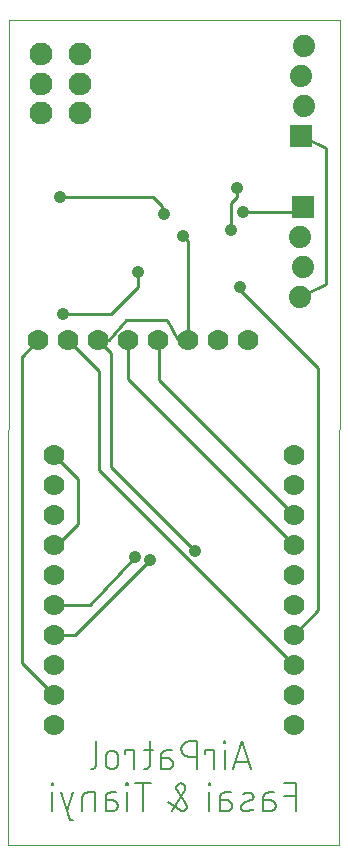
<source format=gbl>
G75*
%MOIN*%
%OFA0B0*%
%FSLAX25Y25*%
%IPPOS*%
%LPD*%
%AMOC8*
5,1,8,0,0,1.08239X$1,22.5*
%
%ADD10C,0.00000*%
%ADD11C,0.00800*%
%ADD12C,0.07000*%
%ADD13R,0.07400X0.07400*%
%ADD14C,0.07400*%
%ADD15C,0.07600*%
%ADD16C,0.04165*%
%ADD17C,0.01000*%
D10*
X0005541Y0001089D02*
X0005871Y0276093D01*
X0115964Y0275991D01*
X0115904Y0001000D01*
X0005541Y0001089D01*
D11*
X0020002Y0021178D02*
X0020513Y0021178D01*
X0020513Y0021689D01*
X0020002Y0021689D01*
X0020002Y0021178D01*
X0020258Y0018623D02*
X0020258Y0012489D01*
X0026212Y0009423D02*
X0023145Y0018623D01*
X0027234Y0018623D02*
X0025190Y0012489D01*
X0026212Y0009423D02*
X0027234Y0009423D01*
X0030269Y0012489D02*
X0030269Y0017089D01*
X0030271Y0017167D01*
X0030277Y0017244D01*
X0030287Y0017321D01*
X0030300Y0017398D01*
X0030318Y0017473D01*
X0030339Y0017548D01*
X0030364Y0017621D01*
X0030393Y0017694D01*
X0030426Y0017764D01*
X0030462Y0017833D01*
X0030501Y0017900D01*
X0030544Y0017965D01*
X0030590Y0018027D01*
X0030639Y0018088D01*
X0030691Y0018145D01*
X0030746Y0018200D01*
X0030803Y0018252D01*
X0030864Y0018301D01*
X0030926Y0018347D01*
X0030991Y0018390D01*
X0031058Y0018429D01*
X0031127Y0018465D01*
X0031197Y0018498D01*
X0031270Y0018527D01*
X0031343Y0018552D01*
X0031418Y0018573D01*
X0031493Y0018591D01*
X0031570Y0018604D01*
X0031647Y0018614D01*
X0031724Y0018620D01*
X0031802Y0018622D01*
X0031802Y0018623D02*
X0034358Y0018623D01*
X0034358Y0012489D01*
X0037961Y0012489D02*
X0037961Y0017089D01*
X0037961Y0016067D02*
X0040261Y0016067D01*
X0037962Y0017089D02*
X0037964Y0017164D01*
X0037969Y0017239D01*
X0037979Y0017314D01*
X0037991Y0017388D01*
X0038008Y0017461D01*
X0038028Y0017534D01*
X0038052Y0017605D01*
X0038079Y0017676D01*
X0038109Y0017744D01*
X0038143Y0017812D01*
X0038180Y0017877D01*
X0038220Y0017941D01*
X0038264Y0018002D01*
X0038310Y0018062D01*
X0038359Y0018119D01*
X0038411Y0018173D01*
X0038466Y0018225D01*
X0038522Y0018274D01*
X0038582Y0018320D01*
X0038643Y0018364D01*
X0038707Y0018404D01*
X0038772Y0018441D01*
X0038840Y0018475D01*
X0038908Y0018505D01*
X0038979Y0018532D01*
X0039050Y0018556D01*
X0039123Y0018576D01*
X0039196Y0018593D01*
X0039270Y0018605D01*
X0039345Y0018615D01*
X0039420Y0018620D01*
X0039495Y0018622D01*
X0039495Y0018623D02*
X0041539Y0018623D01*
X0040261Y0016067D02*
X0040345Y0016065D01*
X0040429Y0016059D01*
X0040512Y0016049D01*
X0040595Y0016036D01*
X0040677Y0016018D01*
X0040758Y0015997D01*
X0040838Y0015971D01*
X0040916Y0015943D01*
X0040994Y0015910D01*
X0041069Y0015874D01*
X0041143Y0015834D01*
X0041215Y0015791D01*
X0041285Y0015745D01*
X0041353Y0015695D01*
X0041418Y0015642D01*
X0041481Y0015587D01*
X0041541Y0015528D01*
X0041598Y0015467D01*
X0041652Y0015403D01*
X0041703Y0015336D01*
X0041751Y0015268D01*
X0041796Y0015197D01*
X0041838Y0015124D01*
X0041875Y0015049D01*
X0041910Y0014972D01*
X0041941Y0014894D01*
X0041968Y0014815D01*
X0041991Y0014734D01*
X0042010Y0014653D01*
X0042026Y0014570D01*
X0042038Y0014487D01*
X0042046Y0014404D01*
X0042050Y0014320D01*
X0042050Y0014236D01*
X0042046Y0014152D01*
X0042038Y0014069D01*
X0042026Y0013986D01*
X0042010Y0013903D01*
X0041991Y0013822D01*
X0041968Y0013741D01*
X0041941Y0013662D01*
X0041910Y0013584D01*
X0041875Y0013507D01*
X0041838Y0013432D01*
X0041796Y0013359D01*
X0041751Y0013288D01*
X0041703Y0013220D01*
X0041652Y0013153D01*
X0041598Y0013089D01*
X0041541Y0013028D01*
X0041481Y0012969D01*
X0041418Y0012914D01*
X0041353Y0012861D01*
X0041285Y0012811D01*
X0041215Y0012765D01*
X0041143Y0012722D01*
X0041069Y0012682D01*
X0040994Y0012646D01*
X0040916Y0012613D01*
X0040838Y0012585D01*
X0040758Y0012559D01*
X0040677Y0012538D01*
X0040595Y0012520D01*
X0040512Y0012507D01*
X0040429Y0012497D01*
X0040345Y0012491D01*
X0040261Y0012489D01*
X0037961Y0012489D01*
X0034804Y0028023D02*
X0034804Y0035689D01*
X0038038Y0030578D02*
X0038038Y0028534D01*
X0038039Y0028534D02*
X0038041Y0028445D01*
X0038047Y0028356D01*
X0038056Y0028267D01*
X0038070Y0028179D01*
X0038087Y0028092D01*
X0038109Y0028005D01*
X0038134Y0027919D01*
X0038162Y0027835D01*
X0038195Y0027752D01*
X0038231Y0027670D01*
X0038270Y0027590D01*
X0038313Y0027512D01*
X0038359Y0027436D01*
X0038409Y0027362D01*
X0038461Y0027290D01*
X0038517Y0027220D01*
X0038576Y0027153D01*
X0038638Y0027089D01*
X0038702Y0027027D01*
X0038769Y0026968D01*
X0038839Y0026912D01*
X0038911Y0026860D01*
X0038985Y0026810D01*
X0039061Y0026764D01*
X0039139Y0026721D01*
X0039219Y0026682D01*
X0039301Y0026646D01*
X0039384Y0026613D01*
X0039468Y0026585D01*
X0039554Y0026560D01*
X0039641Y0026538D01*
X0039728Y0026521D01*
X0039816Y0026507D01*
X0039905Y0026498D01*
X0039994Y0026492D01*
X0040083Y0026490D01*
X0040172Y0026492D01*
X0040261Y0026498D01*
X0040350Y0026507D01*
X0040438Y0026521D01*
X0040525Y0026538D01*
X0040612Y0026560D01*
X0040698Y0026585D01*
X0040782Y0026613D01*
X0040865Y0026646D01*
X0040947Y0026682D01*
X0041027Y0026721D01*
X0041105Y0026764D01*
X0041181Y0026810D01*
X0041255Y0026860D01*
X0041327Y0026912D01*
X0041397Y0026968D01*
X0041464Y0027027D01*
X0041528Y0027089D01*
X0041590Y0027153D01*
X0041649Y0027220D01*
X0041705Y0027290D01*
X0041757Y0027362D01*
X0041807Y0027436D01*
X0041853Y0027512D01*
X0041896Y0027590D01*
X0041935Y0027670D01*
X0041971Y0027752D01*
X0042004Y0027835D01*
X0042032Y0027919D01*
X0042057Y0028005D01*
X0042079Y0028092D01*
X0042096Y0028179D01*
X0042110Y0028267D01*
X0042119Y0028356D01*
X0042125Y0028445D01*
X0042127Y0028534D01*
X0042127Y0030578D01*
X0042125Y0030667D01*
X0042119Y0030756D01*
X0042110Y0030845D01*
X0042096Y0030933D01*
X0042079Y0031020D01*
X0042057Y0031107D01*
X0042032Y0031193D01*
X0042004Y0031277D01*
X0041971Y0031360D01*
X0041935Y0031442D01*
X0041896Y0031522D01*
X0041853Y0031600D01*
X0041807Y0031676D01*
X0041757Y0031750D01*
X0041705Y0031822D01*
X0041649Y0031892D01*
X0041590Y0031959D01*
X0041528Y0032023D01*
X0041464Y0032085D01*
X0041397Y0032144D01*
X0041327Y0032200D01*
X0041255Y0032252D01*
X0041181Y0032302D01*
X0041105Y0032348D01*
X0041027Y0032391D01*
X0040947Y0032430D01*
X0040865Y0032466D01*
X0040782Y0032499D01*
X0040698Y0032527D01*
X0040612Y0032552D01*
X0040525Y0032574D01*
X0040438Y0032591D01*
X0040350Y0032605D01*
X0040261Y0032614D01*
X0040172Y0032620D01*
X0040083Y0032622D01*
X0039994Y0032620D01*
X0039905Y0032614D01*
X0039816Y0032605D01*
X0039728Y0032591D01*
X0039641Y0032574D01*
X0039554Y0032552D01*
X0039468Y0032527D01*
X0039384Y0032499D01*
X0039301Y0032466D01*
X0039219Y0032430D01*
X0039139Y0032391D01*
X0039061Y0032348D01*
X0038985Y0032302D01*
X0038911Y0032252D01*
X0038839Y0032200D01*
X0038769Y0032144D01*
X0038702Y0032085D01*
X0038638Y0032023D01*
X0038576Y0031959D01*
X0038517Y0031892D01*
X0038461Y0031822D01*
X0038409Y0031750D01*
X0038359Y0031676D01*
X0038313Y0031600D01*
X0038270Y0031522D01*
X0038231Y0031442D01*
X0038195Y0031360D01*
X0038162Y0031277D01*
X0038134Y0031193D01*
X0038109Y0031107D01*
X0038087Y0031020D01*
X0038070Y0030933D01*
X0038056Y0030845D01*
X0038047Y0030756D01*
X0038041Y0030667D01*
X0038039Y0030578D01*
X0034804Y0028023D02*
X0034802Y0027945D01*
X0034796Y0027868D01*
X0034786Y0027791D01*
X0034773Y0027714D01*
X0034755Y0027639D01*
X0034734Y0027564D01*
X0034709Y0027491D01*
X0034680Y0027418D01*
X0034647Y0027348D01*
X0034611Y0027279D01*
X0034572Y0027212D01*
X0034529Y0027147D01*
X0034483Y0027085D01*
X0034434Y0027024D01*
X0034382Y0026967D01*
X0034327Y0026912D01*
X0034270Y0026860D01*
X0034209Y0026811D01*
X0034147Y0026765D01*
X0034082Y0026722D01*
X0034015Y0026683D01*
X0033946Y0026647D01*
X0033876Y0026614D01*
X0033803Y0026585D01*
X0033730Y0026560D01*
X0033655Y0026539D01*
X0033580Y0026521D01*
X0033503Y0026508D01*
X0033426Y0026498D01*
X0033349Y0026492D01*
X0033271Y0026490D01*
X0044515Y0031600D02*
X0044515Y0032623D01*
X0047582Y0032623D01*
X0047582Y0026489D01*
X0050638Y0026489D02*
X0051150Y0026489D01*
X0051150Y0026490D02*
X0051228Y0026492D01*
X0051305Y0026498D01*
X0051382Y0026508D01*
X0051459Y0026521D01*
X0051534Y0026539D01*
X0051609Y0026560D01*
X0051682Y0026585D01*
X0051755Y0026614D01*
X0051825Y0026647D01*
X0051894Y0026683D01*
X0051961Y0026722D01*
X0052026Y0026765D01*
X0052088Y0026811D01*
X0052149Y0026860D01*
X0052206Y0026912D01*
X0052261Y0026967D01*
X0052313Y0027024D01*
X0052362Y0027085D01*
X0052408Y0027147D01*
X0052451Y0027212D01*
X0052490Y0027279D01*
X0052526Y0027348D01*
X0052559Y0027418D01*
X0052588Y0027491D01*
X0052613Y0027564D01*
X0052634Y0027639D01*
X0052652Y0027714D01*
X0052665Y0027791D01*
X0052675Y0027868D01*
X0052681Y0027945D01*
X0052683Y0028023D01*
X0052683Y0035689D01*
X0053705Y0032623D02*
X0050638Y0032623D01*
X0050398Y0021689D02*
X0050398Y0012489D01*
X0052953Y0021689D02*
X0047842Y0021689D01*
X0045447Y0021689D02*
X0044936Y0021689D01*
X0044936Y0021178D01*
X0045447Y0021178D01*
X0045447Y0021689D01*
X0045192Y0018623D02*
X0045192Y0012489D01*
X0056416Y0026489D02*
X0056416Y0031089D01*
X0056416Y0030067D02*
X0058716Y0030067D01*
X0056417Y0031089D02*
X0056419Y0031164D01*
X0056424Y0031239D01*
X0056434Y0031314D01*
X0056446Y0031388D01*
X0056463Y0031461D01*
X0056483Y0031534D01*
X0056507Y0031605D01*
X0056534Y0031676D01*
X0056564Y0031744D01*
X0056598Y0031812D01*
X0056635Y0031877D01*
X0056675Y0031941D01*
X0056719Y0032002D01*
X0056765Y0032062D01*
X0056814Y0032119D01*
X0056866Y0032173D01*
X0056921Y0032225D01*
X0056977Y0032274D01*
X0057037Y0032320D01*
X0057098Y0032364D01*
X0057162Y0032404D01*
X0057227Y0032441D01*
X0057295Y0032475D01*
X0057363Y0032505D01*
X0057434Y0032532D01*
X0057505Y0032556D01*
X0057578Y0032576D01*
X0057651Y0032593D01*
X0057725Y0032605D01*
X0057800Y0032615D01*
X0057875Y0032620D01*
X0057950Y0032622D01*
X0057950Y0032623D02*
X0059994Y0032623D01*
X0058716Y0030067D02*
X0058800Y0030065D01*
X0058884Y0030059D01*
X0058967Y0030049D01*
X0059050Y0030036D01*
X0059132Y0030018D01*
X0059213Y0029997D01*
X0059293Y0029971D01*
X0059371Y0029943D01*
X0059449Y0029910D01*
X0059524Y0029874D01*
X0059598Y0029834D01*
X0059670Y0029791D01*
X0059740Y0029745D01*
X0059808Y0029695D01*
X0059873Y0029642D01*
X0059936Y0029587D01*
X0059996Y0029528D01*
X0060053Y0029467D01*
X0060107Y0029403D01*
X0060158Y0029336D01*
X0060206Y0029268D01*
X0060251Y0029197D01*
X0060293Y0029124D01*
X0060330Y0029049D01*
X0060365Y0028972D01*
X0060396Y0028894D01*
X0060423Y0028815D01*
X0060446Y0028734D01*
X0060465Y0028653D01*
X0060481Y0028570D01*
X0060493Y0028487D01*
X0060501Y0028404D01*
X0060505Y0028320D01*
X0060505Y0028236D01*
X0060501Y0028152D01*
X0060493Y0028069D01*
X0060481Y0027986D01*
X0060465Y0027903D01*
X0060446Y0027822D01*
X0060423Y0027741D01*
X0060396Y0027662D01*
X0060365Y0027584D01*
X0060330Y0027507D01*
X0060293Y0027432D01*
X0060251Y0027359D01*
X0060206Y0027288D01*
X0060158Y0027220D01*
X0060107Y0027153D01*
X0060053Y0027089D01*
X0059996Y0027028D01*
X0059936Y0026969D01*
X0059873Y0026914D01*
X0059808Y0026861D01*
X0059740Y0026811D01*
X0059670Y0026765D01*
X0059598Y0026722D01*
X0059524Y0026682D01*
X0059449Y0026646D01*
X0059371Y0026613D01*
X0059293Y0026585D01*
X0059213Y0026559D01*
X0059132Y0026538D01*
X0059050Y0026520D01*
X0058967Y0026507D01*
X0058884Y0026497D01*
X0058800Y0026491D01*
X0058716Y0026489D01*
X0056416Y0026489D01*
X0058924Y0015556D02*
X0062758Y0012745D01*
X0062757Y0012745D02*
X0062813Y0012705D01*
X0062871Y0012668D01*
X0062931Y0012635D01*
X0062992Y0012605D01*
X0063055Y0012578D01*
X0063120Y0012555D01*
X0063185Y0012535D01*
X0063252Y0012518D01*
X0063319Y0012506D01*
X0063387Y0012496D01*
X0063456Y0012491D01*
X0063524Y0012489D01*
X0063524Y0012490D02*
X0063599Y0012492D01*
X0063674Y0012497D01*
X0063749Y0012507D01*
X0063823Y0012519D01*
X0063896Y0012536D01*
X0063969Y0012556D01*
X0064040Y0012580D01*
X0064111Y0012607D01*
X0064179Y0012637D01*
X0064247Y0012671D01*
X0064312Y0012708D01*
X0064376Y0012748D01*
X0064437Y0012792D01*
X0064497Y0012838D01*
X0064554Y0012887D01*
X0064608Y0012939D01*
X0064660Y0012994D01*
X0064709Y0013050D01*
X0064755Y0013110D01*
X0064799Y0013171D01*
X0064839Y0013235D01*
X0064876Y0013300D01*
X0064910Y0013368D01*
X0064940Y0013436D01*
X0064967Y0013507D01*
X0064991Y0013578D01*
X0065011Y0013651D01*
X0065028Y0013724D01*
X0065040Y0013798D01*
X0065050Y0013873D01*
X0065055Y0013948D01*
X0065057Y0014023D01*
X0064802Y0014789D02*
X0061736Y0019389D01*
X0061735Y0019389D02*
X0061697Y0019455D01*
X0061661Y0019522D01*
X0061630Y0019592D01*
X0061601Y0019662D01*
X0061577Y0019734D01*
X0061556Y0019808D01*
X0061539Y0019882D01*
X0061525Y0019957D01*
X0061516Y0020033D01*
X0061510Y0020109D01*
X0061508Y0020185D01*
X0061510Y0020261D01*
X0061516Y0020337D01*
X0061525Y0020413D01*
X0061539Y0020488D01*
X0061556Y0020562D01*
X0061577Y0020635D01*
X0061602Y0020707D01*
X0061630Y0020778D01*
X0061662Y0020847D01*
X0061697Y0020915D01*
X0061736Y0020981D01*
X0061778Y0021044D01*
X0061823Y0021106D01*
X0061871Y0021165D01*
X0061922Y0021221D01*
X0061976Y0021275D01*
X0062033Y0021326D01*
X0062092Y0021374D01*
X0062154Y0021419D01*
X0062217Y0021461D01*
X0062283Y0021500D01*
X0062350Y0021535D01*
X0062420Y0021567D01*
X0062490Y0021595D01*
X0062563Y0021620D01*
X0062636Y0021641D01*
X0062710Y0021658D01*
X0062785Y0021672D01*
X0062861Y0021681D01*
X0062937Y0021687D01*
X0063013Y0021689D01*
X0063089Y0021687D01*
X0063165Y0021681D01*
X0063241Y0021672D01*
X0063316Y0021658D01*
X0063390Y0021641D01*
X0063463Y0021620D01*
X0063536Y0021595D01*
X0063606Y0021567D01*
X0063676Y0021535D01*
X0063743Y0021500D01*
X0063809Y0021461D01*
X0063872Y0021419D01*
X0063934Y0021374D01*
X0063993Y0021326D01*
X0064050Y0021275D01*
X0064104Y0021221D01*
X0064155Y0021165D01*
X0064203Y0021106D01*
X0064248Y0021044D01*
X0064290Y0020981D01*
X0064329Y0020915D01*
X0064364Y0020847D01*
X0064396Y0020778D01*
X0064424Y0020707D01*
X0064449Y0020635D01*
X0064470Y0020562D01*
X0064487Y0020488D01*
X0064501Y0020413D01*
X0064510Y0020337D01*
X0064516Y0020261D01*
X0064518Y0020185D01*
X0064516Y0020109D01*
X0064510Y0020033D01*
X0064501Y0019957D01*
X0064487Y0019882D01*
X0064470Y0019808D01*
X0064449Y0019734D01*
X0064425Y0019662D01*
X0064396Y0019592D01*
X0064365Y0019522D01*
X0064329Y0019455D01*
X0064291Y0019389D01*
X0059947Y0012489D01*
X0065058Y0014023D02*
X0065056Y0014092D01*
X0065051Y0014160D01*
X0065041Y0014228D01*
X0065029Y0014295D01*
X0065012Y0014362D01*
X0064992Y0014427D01*
X0064969Y0014492D01*
X0064942Y0014555D01*
X0064912Y0014616D01*
X0064879Y0014676D01*
X0064842Y0014734D01*
X0064802Y0014790D01*
X0068336Y0026489D02*
X0068336Y0035689D01*
X0065781Y0035689D01*
X0065781Y0035690D02*
X0065681Y0035688D01*
X0065580Y0035682D01*
X0065481Y0035672D01*
X0065381Y0035659D01*
X0065282Y0035641D01*
X0065184Y0035619D01*
X0065087Y0035594D01*
X0064991Y0035565D01*
X0064896Y0035532D01*
X0064803Y0035495D01*
X0064711Y0035455D01*
X0064621Y0035411D01*
X0064532Y0035364D01*
X0064445Y0035313D01*
X0064361Y0035259D01*
X0064279Y0035202D01*
X0064199Y0035141D01*
X0064121Y0035078D01*
X0064046Y0035011D01*
X0063974Y0034941D01*
X0063904Y0034869D01*
X0063837Y0034794D01*
X0063774Y0034716D01*
X0063713Y0034636D01*
X0063656Y0034554D01*
X0063602Y0034470D01*
X0063551Y0034383D01*
X0063504Y0034294D01*
X0063460Y0034204D01*
X0063420Y0034112D01*
X0063383Y0034019D01*
X0063350Y0033924D01*
X0063321Y0033828D01*
X0063296Y0033731D01*
X0063274Y0033633D01*
X0063256Y0033534D01*
X0063243Y0033434D01*
X0063233Y0033335D01*
X0063227Y0033234D01*
X0063225Y0033134D01*
X0063227Y0033034D01*
X0063233Y0032933D01*
X0063243Y0032834D01*
X0063256Y0032734D01*
X0063274Y0032635D01*
X0063296Y0032537D01*
X0063321Y0032440D01*
X0063350Y0032344D01*
X0063383Y0032249D01*
X0063420Y0032156D01*
X0063460Y0032064D01*
X0063504Y0031974D01*
X0063551Y0031885D01*
X0063602Y0031798D01*
X0063656Y0031714D01*
X0063713Y0031632D01*
X0063774Y0031552D01*
X0063837Y0031474D01*
X0063904Y0031399D01*
X0063974Y0031327D01*
X0064046Y0031257D01*
X0064121Y0031190D01*
X0064199Y0031127D01*
X0064279Y0031066D01*
X0064361Y0031009D01*
X0064445Y0030955D01*
X0064532Y0030904D01*
X0064621Y0030857D01*
X0064711Y0030813D01*
X0064803Y0030773D01*
X0064896Y0030736D01*
X0064991Y0030703D01*
X0065087Y0030674D01*
X0065184Y0030649D01*
X0065282Y0030627D01*
X0065381Y0030609D01*
X0065481Y0030596D01*
X0065580Y0030586D01*
X0065681Y0030580D01*
X0065781Y0030578D01*
X0068336Y0030578D01*
X0071093Y0031600D02*
X0071093Y0032623D01*
X0074160Y0032623D01*
X0074160Y0026489D01*
X0072847Y0021689D02*
X0072336Y0021689D01*
X0072336Y0021178D01*
X0072847Y0021178D01*
X0072847Y0021689D01*
X0072591Y0018623D02*
X0072591Y0012489D01*
X0076047Y0012489D02*
X0076047Y0017089D01*
X0076047Y0016067D02*
X0078347Y0016067D01*
X0076047Y0017089D02*
X0076049Y0017164D01*
X0076054Y0017239D01*
X0076064Y0017314D01*
X0076076Y0017388D01*
X0076093Y0017461D01*
X0076113Y0017534D01*
X0076137Y0017605D01*
X0076164Y0017676D01*
X0076194Y0017744D01*
X0076228Y0017812D01*
X0076265Y0017877D01*
X0076305Y0017941D01*
X0076349Y0018002D01*
X0076395Y0018062D01*
X0076444Y0018119D01*
X0076496Y0018173D01*
X0076551Y0018225D01*
X0076607Y0018274D01*
X0076667Y0018320D01*
X0076728Y0018364D01*
X0076792Y0018404D01*
X0076857Y0018441D01*
X0076925Y0018475D01*
X0076993Y0018505D01*
X0077064Y0018532D01*
X0077135Y0018556D01*
X0077208Y0018576D01*
X0077281Y0018593D01*
X0077355Y0018605D01*
X0077430Y0018615D01*
X0077505Y0018620D01*
X0077580Y0018622D01*
X0077580Y0018623D02*
X0079625Y0018623D01*
X0078347Y0016067D02*
X0078431Y0016065D01*
X0078515Y0016059D01*
X0078598Y0016049D01*
X0078681Y0016036D01*
X0078763Y0016018D01*
X0078844Y0015997D01*
X0078924Y0015971D01*
X0079002Y0015943D01*
X0079080Y0015910D01*
X0079155Y0015874D01*
X0079229Y0015834D01*
X0079301Y0015791D01*
X0079371Y0015745D01*
X0079439Y0015695D01*
X0079504Y0015642D01*
X0079567Y0015587D01*
X0079627Y0015528D01*
X0079684Y0015467D01*
X0079738Y0015403D01*
X0079789Y0015336D01*
X0079837Y0015268D01*
X0079882Y0015197D01*
X0079924Y0015124D01*
X0079961Y0015049D01*
X0079996Y0014972D01*
X0080027Y0014894D01*
X0080054Y0014815D01*
X0080077Y0014734D01*
X0080096Y0014653D01*
X0080112Y0014570D01*
X0080124Y0014487D01*
X0080132Y0014404D01*
X0080136Y0014320D01*
X0080136Y0014236D01*
X0080132Y0014152D01*
X0080124Y0014069D01*
X0080112Y0013986D01*
X0080096Y0013903D01*
X0080077Y0013822D01*
X0080054Y0013741D01*
X0080027Y0013662D01*
X0079996Y0013584D01*
X0079961Y0013507D01*
X0079924Y0013432D01*
X0079882Y0013359D01*
X0079837Y0013288D01*
X0079789Y0013220D01*
X0079738Y0013153D01*
X0079684Y0013089D01*
X0079627Y0013028D01*
X0079567Y0012969D01*
X0079504Y0012914D01*
X0079439Y0012861D01*
X0079371Y0012811D01*
X0079301Y0012765D01*
X0079229Y0012722D01*
X0079155Y0012682D01*
X0079080Y0012646D01*
X0079002Y0012613D01*
X0078924Y0012585D01*
X0078844Y0012559D01*
X0078763Y0012538D01*
X0078681Y0012520D01*
X0078598Y0012507D01*
X0078515Y0012497D01*
X0078431Y0012491D01*
X0078347Y0012489D01*
X0076047Y0012489D01*
X0077621Y0026489D02*
X0077621Y0032623D01*
X0077365Y0035178D02*
X0077876Y0035178D01*
X0077876Y0035689D01*
X0077365Y0035689D01*
X0077365Y0035178D01*
X0083375Y0035689D02*
X0080308Y0026489D01*
X0081075Y0028789D02*
X0085675Y0028789D01*
X0086441Y0026489D02*
X0083375Y0035689D01*
X0087240Y0013000D02*
X0087046Y0012933D01*
X0086851Y0012870D01*
X0086654Y0012812D01*
X0086456Y0012759D01*
X0086257Y0012711D01*
X0086057Y0012667D01*
X0085856Y0012628D01*
X0085653Y0012594D01*
X0085451Y0012564D01*
X0085247Y0012539D01*
X0085043Y0012519D01*
X0084838Y0012504D01*
X0084634Y0012494D01*
X0084429Y0012489D01*
X0084357Y0012490D01*
X0084285Y0012495D01*
X0084213Y0012504D01*
X0084142Y0012516D01*
X0084072Y0012533D01*
X0084003Y0012553D01*
X0083935Y0012577D01*
X0083868Y0012605D01*
X0083803Y0012636D01*
X0083740Y0012671D01*
X0083679Y0012709D01*
X0083620Y0012750D01*
X0083563Y0012795D01*
X0083509Y0012842D01*
X0083458Y0012893D01*
X0083409Y0012946D01*
X0083363Y0013002D01*
X0083321Y0013060D01*
X0083281Y0013120D01*
X0083245Y0013183D01*
X0083212Y0013247D01*
X0083183Y0013313D01*
X0083158Y0013380D01*
X0083136Y0013449D01*
X0083118Y0013519D01*
X0083104Y0013590D01*
X0083094Y0013661D01*
X0083087Y0013733D01*
X0083085Y0013805D01*
X0083086Y0013877D01*
X0083092Y0013949D01*
X0083101Y0014020D01*
X0083114Y0014091D01*
X0083131Y0014161D01*
X0083152Y0014230D01*
X0083177Y0014298D01*
X0083205Y0014364D01*
X0083236Y0014429D01*
X0083272Y0014492D01*
X0083310Y0014553D01*
X0083352Y0014612D01*
X0083397Y0014668D01*
X0083445Y0014722D01*
X0083496Y0014773D01*
X0083549Y0014821D01*
X0083605Y0014867D01*
X0083664Y0014909D01*
X0083724Y0014948D01*
X0083787Y0014983D01*
X0083852Y0015016D01*
X0083918Y0015044D01*
X0083918Y0015045D02*
X0086473Y0016067D01*
X0086473Y0016068D02*
X0086539Y0016096D01*
X0086604Y0016129D01*
X0086667Y0016164D01*
X0086727Y0016203D01*
X0086786Y0016245D01*
X0086842Y0016291D01*
X0086895Y0016339D01*
X0086946Y0016390D01*
X0086994Y0016444D01*
X0087039Y0016500D01*
X0087081Y0016559D01*
X0087119Y0016620D01*
X0087155Y0016683D01*
X0087186Y0016748D01*
X0087214Y0016814D01*
X0087239Y0016882D01*
X0087260Y0016951D01*
X0087277Y0017021D01*
X0087290Y0017092D01*
X0087299Y0017163D01*
X0087305Y0017235D01*
X0087306Y0017307D01*
X0087304Y0017379D01*
X0087297Y0017451D01*
X0087287Y0017522D01*
X0087273Y0017593D01*
X0087255Y0017663D01*
X0087233Y0017732D01*
X0087208Y0017799D01*
X0087179Y0017865D01*
X0087146Y0017929D01*
X0087110Y0017992D01*
X0087070Y0018052D01*
X0087028Y0018110D01*
X0086982Y0018166D01*
X0086933Y0018219D01*
X0086882Y0018270D01*
X0086828Y0018317D01*
X0086771Y0018362D01*
X0086712Y0018403D01*
X0086651Y0018441D01*
X0086588Y0018476D01*
X0086523Y0018507D01*
X0086456Y0018535D01*
X0086388Y0018559D01*
X0086319Y0018579D01*
X0086249Y0018596D01*
X0086178Y0018608D01*
X0086106Y0018617D01*
X0086034Y0018622D01*
X0085962Y0018623D01*
X0085962Y0018622D02*
X0085814Y0018618D01*
X0085666Y0018611D01*
X0085518Y0018599D01*
X0085371Y0018584D01*
X0085223Y0018565D01*
X0085077Y0018542D01*
X0084931Y0018515D01*
X0084786Y0018485D01*
X0084642Y0018451D01*
X0084498Y0018413D01*
X0084356Y0018372D01*
X0084215Y0018327D01*
X0084074Y0018278D01*
X0083936Y0018226D01*
X0083798Y0018170D01*
X0083662Y0018111D01*
X0090569Y0017089D02*
X0090569Y0012489D01*
X0092869Y0012489D01*
X0092953Y0012491D01*
X0093037Y0012497D01*
X0093120Y0012507D01*
X0093203Y0012520D01*
X0093285Y0012538D01*
X0093366Y0012559D01*
X0093446Y0012585D01*
X0093524Y0012613D01*
X0093602Y0012646D01*
X0093677Y0012682D01*
X0093751Y0012722D01*
X0093823Y0012765D01*
X0093893Y0012811D01*
X0093961Y0012861D01*
X0094026Y0012914D01*
X0094089Y0012969D01*
X0094149Y0013028D01*
X0094206Y0013089D01*
X0094260Y0013153D01*
X0094311Y0013220D01*
X0094359Y0013288D01*
X0094404Y0013359D01*
X0094446Y0013432D01*
X0094483Y0013507D01*
X0094518Y0013584D01*
X0094549Y0013662D01*
X0094576Y0013741D01*
X0094599Y0013822D01*
X0094618Y0013903D01*
X0094634Y0013986D01*
X0094646Y0014069D01*
X0094654Y0014152D01*
X0094658Y0014236D01*
X0094658Y0014320D01*
X0094654Y0014404D01*
X0094646Y0014487D01*
X0094634Y0014570D01*
X0094618Y0014653D01*
X0094599Y0014734D01*
X0094576Y0014815D01*
X0094549Y0014894D01*
X0094518Y0014972D01*
X0094483Y0015049D01*
X0094446Y0015124D01*
X0094404Y0015197D01*
X0094359Y0015268D01*
X0094311Y0015336D01*
X0094260Y0015403D01*
X0094206Y0015467D01*
X0094149Y0015528D01*
X0094089Y0015587D01*
X0094026Y0015642D01*
X0093961Y0015695D01*
X0093893Y0015745D01*
X0093823Y0015791D01*
X0093751Y0015834D01*
X0093677Y0015874D01*
X0093602Y0015910D01*
X0093524Y0015943D01*
X0093446Y0015971D01*
X0093366Y0015997D01*
X0093285Y0016018D01*
X0093203Y0016036D01*
X0093120Y0016049D01*
X0093037Y0016059D01*
X0092953Y0016065D01*
X0092869Y0016067D01*
X0090569Y0016067D01*
X0090569Y0017089D02*
X0090571Y0017164D01*
X0090576Y0017239D01*
X0090586Y0017314D01*
X0090598Y0017388D01*
X0090615Y0017461D01*
X0090635Y0017534D01*
X0090659Y0017605D01*
X0090686Y0017676D01*
X0090716Y0017744D01*
X0090750Y0017812D01*
X0090787Y0017877D01*
X0090827Y0017941D01*
X0090871Y0018002D01*
X0090917Y0018062D01*
X0090966Y0018119D01*
X0091018Y0018173D01*
X0091073Y0018225D01*
X0091129Y0018274D01*
X0091189Y0018320D01*
X0091250Y0018364D01*
X0091314Y0018404D01*
X0091379Y0018441D01*
X0091447Y0018475D01*
X0091515Y0018505D01*
X0091586Y0018532D01*
X0091657Y0018556D01*
X0091730Y0018576D01*
X0091803Y0018593D01*
X0091877Y0018605D01*
X0091952Y0018615D01*
X0092027Y0018620D01*
X0092102Y0018622D01*
X0092102Y0018623D02*
X0094147Y0018623D01*
X0097352Y0017600D02*
X0101441Y0017600D01*
X0101441Y0021689D02*
X0097352Y0021689D01*
X0101441Y0021689D02*
X0101441Y0012489D01*
D12*
X0100717Y0041186D03*
X0100717Y0051186D03*
X0100717Y0061186D03*
X0100717Y0071186D03*
X0100717Y0081186D03*
X0100717Y0091186D03*
X0100717Y0101186D03*
X0100717Y0111186D03*
X0100717Y0121186D03*
X0100717Y0131186D03*
X0085604Y0169413D03*
X0075604Y0169413D03*
X0065604Y0169413D03*
X0055604Y0169413D03*
X0045604Y0169413D03*
X0035604Y0169413D03*
X0025604Y0169413D03*
X0015604Y0169413D03*
X0020841Y0131089D03*
X0020841Y0121089D03*
X0020841Y0111089D03*
X0020841Y0101089D03*
X0020841Y0091089D03*
X0020841Y0081089D03*
X0020841Y0071089D03*
X0020841Y0061089D03*
X0020841Y0051089D03*
X0020841Y0041089D03*
D13*
X0103163Y0237590D03*
X0103797Y0213819D03*
D14*
X0102797Y0203819D03*
X0103797Y0193819D03*
X0102797Y0183819D03*
X0104163Y0247590D03*
X0103163Y0257590D03*
X0104163Y0267590D03*
D15*
X0029496Y0264794D03*
X0029496Y0254952D03*
X0029496Y0245109D03*
X0016504Y0245109D03*
X0016504Y0254952D03*
X0016504Y0264794D03*
D16*
X0022841Y0217089D03*
X0023841Y0178089D03*
X0048841Y0192089D03*
X0057341Y0211589D03*
X0063841Y0204089D03*
X0079841Y0206089D03*
X0083841Y0212089D03*
X0081841Y0220089D03*
X0082841Y0187089D03*
X0067841Y0099089D03*
X0052841Y0096089D03*
X0047841Y0097089D03*
D17*
X0032841Y0081089D01*
X0020841Y0081089D01*
X0020841Y0071089D02*
X0027841Y0071089D01*
X0052841Y0096089D01*
X0067841Y0099089D02*
X0039841Y0127089D01*
X0039841Y0165176D01*
X0035604Y0169413D01*
X0039099Y0169413D01*
X0044699Y0176013D01*
X0058510Y0176013D01*
X0062110Y0169413D01*
X0065604Y0169413D01*
X0065604Y0202326D01*
X0063841Y0204089D01*
X0057341Y0211589D02*
X0056841Y0212089D01*
X0056841Y0214089D01*
X0053841Y0217089D01*
X0022841Y0217089D01*
X0023841Y0178089D02*
X0039841Y0178089D01*
X0048841Y0187089D01*
X0048841Y0192089D01*
X0045604Y0169413D02*
X0045604Y0156298D01*
X0100717Y0101186D01*
X0100717Y0111186D02*
X0100717Y0111214D01*
X0055841Y0156089D01*
X0055841Y0169176D01*
X0055604Y0169413D01*
X0035841Y0159089D02*
X0035841Y0126062D01*
X0100717Y0061186D01*
X0100717Y0071186D02*
X0108841Y0079311D01*
X0108841Y0160089D01*
X0082841Y0186089D01*
X0082841Y0187089D01*
X0079841Y0206089D02*
X0079841Y0215089D01*
X0081841Y0217089D01*
X0081841Y0220089D01*
X0083841Y0212089D02*
X0102068Y0212089D01*
X0103797Y0213819D01*
X0103527Y0214089D01*
X0111444Y0233310D02*
X0111444Y0188090D01*
X0103068Y0184090D01*
X0102797Y0183819D01*
X0111444Y0233310D02*
X0103163Y0237590D01*
X0025604Y0169326D02*
X0035841Y0159089D01*
X0025604Y0169326D02*
X0025604Y0169413D01*
X0015604Y0169413D02*
X0010281Y0164089D01*
X0010237Y0164089D01*
X0010237Y0061694D01*
X0020841Y0051089D01*
X0020841Y0101089D02*
X0021841Y0101089D01*
X0028841Y0108089D01*
X0028841Y0123089D01*
X0020841Y0131089D01*
X0010237Y0164089D02*
X0010237Y0164089D01*
M02*

</source>
